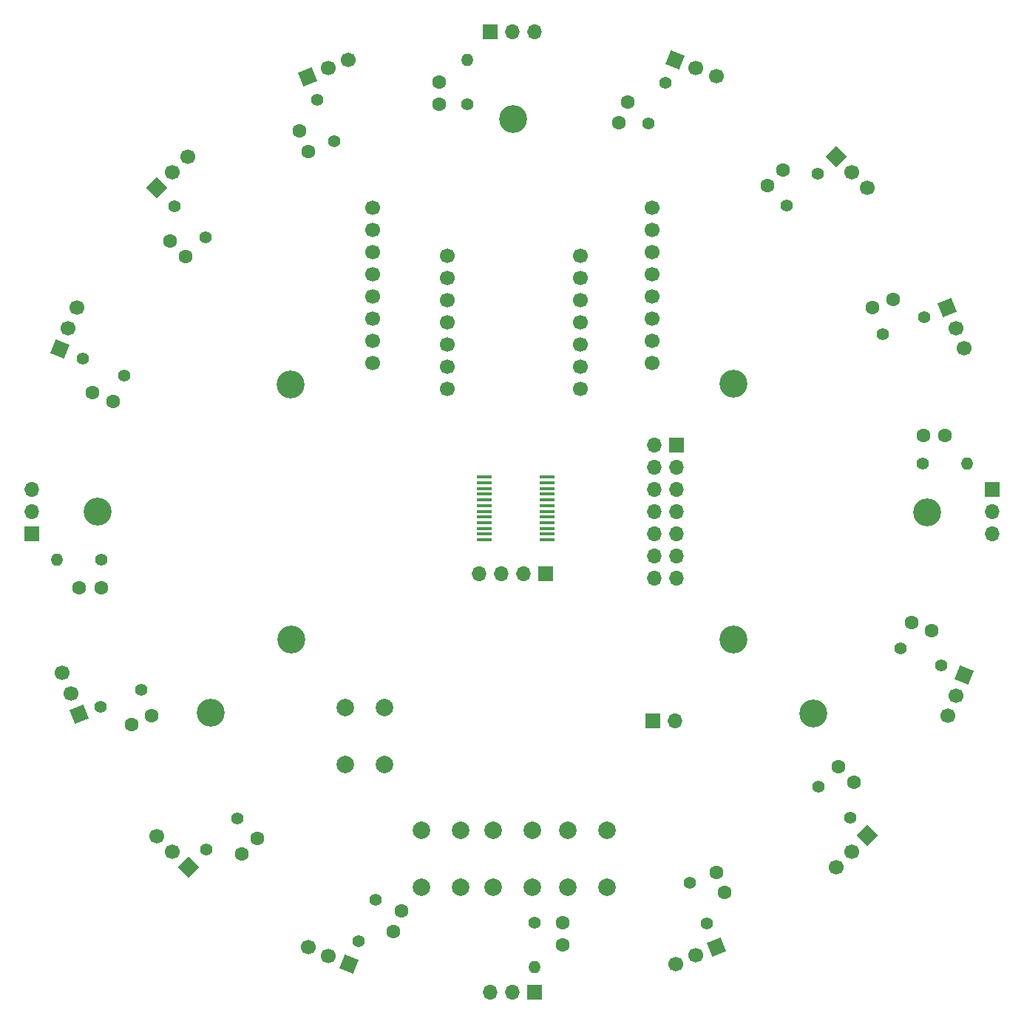
<source format=gbr>
%TF.GenerationSoftware,KiCad,Pcbnew,7.0.9*%
%TF.CreationDate,2024-07-26T16:53:17+09:00*%
%TF.ProjectId,IR_Borred,49525f42-6f72-4726-9564-2e6b69636164,rev?*%
%TF.SameCoordinates,Original*%
%TF.FileFunction,Soldermask,Top*%
%TF.FilePolarity,Negative*%
%FSLAX46Y46*%
G04 Gerber Fmt 4.6, Leading zero omitted, Abs format (unit mm)*
G04 Created by KiCad (PCBNEW 7.0.9) date 2024-07-26 16:53:17*
%MOMM*%
%LPD*%
G01*
G04 APERTURE LIST*
G04 Aperture macros list*
%AMHorizOval*
0 Thick line with rounded ends*
0 $1 width*
0 $2 $3 position (X,Y) of the first rounded end (center of the circle)*
0 $4 $5 position (X,Y) of the second rounded end (center of the circle)*
0 Add line between two ends*
20,1,$1,$2,$3,$4,$5,0*
0 Add two circle primitives to create the rounded ends*
1,1,$1,$2,$3*
1,1,$1,$4,$5*%
%AMRotRect*
0 Rectangle, with rotation*
0 The origin of the aperture is its center*
0 $1 length*
0 $2 width*
0 $3 Rotation angle, in degrees counterclockwise*
0 Add horizontal line*
21,1,$1,$2,0,0,$3*%
G04 Aperture macros list end*
%ADD10R,1.700000X1.700000*%
%ADD11O,1.700000X1.700000*%
%ADD12C,3.200000*%
%ADD13C,1.600000*%
%ADD14C,1.400000*%
%ADD15HorizOval,1.400000X0.000000X0.000000X0.000000X0.000000X0*%
%ADD16HorizOval,1.400000X0.000000X0.000000X0.000000X0.000000X0*%
%ADD17HorizOval,1.400000X0.000000X0.000000X0.000000X0.000000X0*%
%ADD18HorizOval,1.400000X0.000000X0.000000X0.000000X0.000000X0*%
%ADD19RotRect,1.700000X1.700000X135.000000*%
%ADD20HorizOval,1.700000X0.000000X0.000000X0.000000X0.000000X0*%
%ADD21RotRect,1.700000X1.700000X45.000000*%
%ADD22HorizOval,1.700000X0.000000X0.000000X0.000000X0.000000X0*%
%ADD23RotRect,1.700000X1.700000X292.500000*%
%ADD24HorizOval,1.700000X0.000000X0.000000X0.000000X0.000000X0*%
%ADD25C,2.000000*%
%ADD26HorizOval,1.400000X0.000000X0.000000X0.000000X0.000000X0*%
%ADD27RotRect,1.700000X1.700000X22.500000*%
%ADD28HorizOval,1.700000X0.000000X0.000000X0.000000X0.000000X0*%
%ADD29RotRect,1.700000X1.700000X157.500000*%
%ADD30HorizOval,1.700000X0.000000X0.000000X0.000000X0.000000X0*%
%ADD31HorizOval,1.400000X0.000000X0.000000X0.000000X0.000000X0*%
%ADD32RotRect,1.700000X1.700000X202.500000*%
%ADD33HorizOval,1.700000X0.000000X0.000000X0.000000X0.000000X0*%
%ADD34HorizOval,1.400000X0.000000X0.000000X0.000000X0.000000X0*%
%ADD35HorizOval,1.400000X0.000000X0.000000X0.000000X0.000000X0*%
%ADD36HorizOval,1.400000X0.000000X0.000000X0.000000X0.000000X0*%
%ADD37O,1.400000X1.400000*%
%ADD38RotRect,1.700000X1.700000X315.000000*%
%ADD39HorizOval,1.700000X0.000000X0.000000X0.000000X0.000000X0*%
%ADD40RotRect,1.700000X1.700000X67.500000*%
%ADD41HorizOval,1.700000X0.000000X0.000000X0.000000X0.000000X0*%
%ADD42RotRect,1.700000X1.700000X112.500000*%
%ADD43HorizOval,1.700000X0.000000X0.000000X0.000000X0.000000X0*%
%ADD44RotRect,1.700000X1.700000X337.500000*%
%ADD45HorizOval,1.700000X0.000000X0.000000X0.000000X0.000000X0*%
%ADD46HorizOval,1.400000X0.000000X0.000000X0.000000X0.000000X0*%
%ADD47HorizOval,1.400000X0.000000X0.000000X0.000000X0.000000X0*%
%ADD48HorizOval,1.400000X0.000000X0.000000X0.000000X0.000000X0*%
%ADD49C,1.700000*%
%ADD50RotRect,1.700000X1.700000X225.000000*%
%ADD51HorizOval,1.700000X0.000000X0.000000X0.000000X0.000000X0*%
%ADD52R,1.750000X0.450000*%
%ADD53RotRect,1.700000X1.700000X247.500000*%
%ADD54HorizOval,1.700000X0.000000X0.000000X0.000000X0.000000X0*%
G04 APERTURE END LIST*
D10*
%TO.C,U17*%
X146305699Y-150285716D03*
D11*
X143765699Y-150285716D03*
X141225699Y-150285716D03*
%TD*%
D12*
%TO.C,REF\u002A\u002A*%
X178240000Y-118330000D03*
%TD*%
D13*
%TO.C,C4*%
X114545975Y-132673010D03*
X112778208Y-134440777D03*
%TD*%
%TO.C,C9*%
X185040399Y-71910620D03*
X187350098Y-70953911D03*
%TD*%
D14*
%TO.C,R6*%
X108662859Y-63842233D03*
D15*
X105070757Y-60250131D03*
%TD*%
D14*
%TO.C,R9*%
X186222619Y-74895407D03*
D16*
X190915927Y-72951375D03*
%TD*%
D14*
%TO.C,R11*%
X159368090Y-50833441D03*
D17*
X161312122Y-46140133D03*
%TD*%
D13*
%TO.C,C5*%
X98028116Y-82609129D03*
X95718417Y-81652420D03*
%TD*%
D10*
%TO.C,U5*%
X88744983Y-97836415D03*
D11*
X88744983Y-95296415D03*
X88744983Y-92756415D03*
%TD*%
D14*
%TO.C,R4*%
X112311516Y-130367840D03*
D18*
X108719414Y-133959942D03*
%TD*%
D19*
%TO.C,U7*%
X103048418Y-58193452D03*
D20*
X104844469Y-56397401D03*
X106640520Y-54601350D03*
%TD*%
D10*
%TO.C,U13*%
X198755000Y-92725000D03*
D11*
X198755000Y-95265000D03*
X198755000Y-97805000D03*
%TD*%
D10*
%TO.C,J1*%
X147570000Y-102400000D03*
D11*
X145030000Y-102400000D03*
X142490000Y-102400000D03*
X139950000Y-102400000D03*
%TD*%
D21*
%TO.C,U11*%
X180837247Y-54579135D03*
D22*
X182633298Y-56375186D03*
X184429349Y-58171237D03*
%TD*%
D13*
%TO.C,C14*%
X181142292Y-124484725D03*
X182910059Y-126252492D03*
%TD*%
D23*
%TO.C,U16*%
X167160663Y-145120682D03*
D24*
X164814009Y-146092698D03*
X162467355Y-147064714D03*
%TD*%
D25*
%TO.C,SW1*%
X133340000Y-138250000D03*
X133340000Y-131750000D03*
X137840000Y-138250000D03*
X137840000Y-131750000D03*
%TD*%
D13*
%TO.C,C1*%
X102459584Y-118650797D03*
X100149885Y-119607506D03*
%TD*%
D10*
%TO.C,SW4*%
X159855000Y-119180000D03*
D11*
X162395000Y-119180000D03*
%TD*%
D10*
%TO.C,U9*%
X141194283Y-40275699D03*
D11*
X143734283Y-40275699D03*
X146274283Y-40275699D03*
%TD*%
D14*
%TO.C,R7*%
X123364691Y-52808080D03*
D26*
X121420659Y-48114772D03*
%TD*%
D27*
%TO.C,U12*%
X193589965Y-71870036D03*
D28*
X194561981Y-74216690D03*
X195533997Y-76563344D03*
%TD*%
D12*
%TO.C,REF\u002A\u002A*%
X109260000Y-118250000D03*
%TD*%
D29*
%TO.C,U6*%
X91953963Y-76592368D03*
D30*
X92925979Y-74245714D03*
X93897995Y-71899060D03*
%TD*%
D12*
%TO.C,REF\u002A\u002A*%
X169120000Y-80640000D03*
%TD*%
%TO.C,REF\u002A\u002A*%
X169100000Y-109930000D03*
%TD*%
D13*
%TO.C,C6*%
X106357690Y-66076691D03*
X104589923Y-64308924D03*
%TD*%
%TO.C,C15*%
X167120079Y-136571116D03*
X168076788Y-138880815D03*
%TD*%
%TO.C,C12*%
X172954008Y-57888407D03*
X174721775Y-56120640D03*
%TD*%
%TO.C,C10*%
X190839999Y-86560000D03*
X193339999Y-86560000D03*
%TD*%
D14*
%TO.C,R14*%
X178837124Y-126719183D03*
D31*
X182429226Y-130311285D03*
%TD*%
D32*
%TO.C,U4*%
X94187016Y-118414381D03*
D33*
X93215000Y-116067727D03*
X92242984Y-113721073D03*
%TD*%
D14*
%TO.C,R13*%
X188197259Y-110898807D03*
D34*
X192890567Y-112842839D03*
%TD*%
D14*
%TO.C,R1*%
X101277363Y-115666008D03*
D35*
X96584055Y-117610040D03*
%TD*%
D14*
%TO.C,R3*%
X128131892Y-139727975D03*
D36*
X126187860Y-144421283D03*
%TD*%
D13*
%TO.C,C7*%
X120379903Y-53990300D03*
X119423194Y-51680601D03*
%TD*%
D12*
%TO.C,REF\u002A\u002A*%
X96290000Y-95260000D03*
%TD*%
D14*
%TO.C,R8*%
X138640000Y-48620000D03*
D37*
X138640000Y-43540000D03*
%TD*%
D38*
%TO.C,U15*%
X184451564Y-132367964D03*
D39*
X182655513Y-134164015D03*
X180859462Y-135960066D03*
%TD*%
D40*
%TO.C,U10*%
X162438330Y-43484680D03*
D41*
X164784984Y-44456696D03*
X167131638Y-45428712D03*
%TD*%
D13*
%TO.C,C16*%
X149539984Y-142371416D03*
X149539984Y-144871416D03*
%TD*%
D10*
%TO.C,J2*%
X162560000Y-87630000D03*
D11*
X160020000Y-87630000D03*
X162560000Y-90170000D03*
X160020000Y-90170000D03*
X162560000Y-92710000D03*
X160020000Y-92710000D03*
X162560000Y-95250000D03*
X160020000Y-95250000D03*
X162560000Y-97790000D03*
X160020000Y-97790000D03*
X162560000Y-100330000D03*
X160020000Y-100330000D03*
X162560000Y-102870000D03*
X160020000Y-102870000D03*
%TD*%
D42*
%TO.C,U8*%
X120325460Y-45446472D03*
D43*
X122672114Y-44474456D03*
X125018768Y-43502440D03*
%TD*%
D44*
%TO.C,U14*%
X195546020Y-113969047D03*
D45*
X194574004Y-116315701D03*
X193601988Y-118662355D03*
%TD*%
D12*
%TO.C,REF\u002A\u002A*%
X118390000Y-80690000D03*
%TD*%
D13*
%TO.C,C3*%
X131078413Y-141002584D03*
X130121704Y-143312283D03*
%TD*%
D14*
%TO.C,R10*%
X190790000Y-89770000D03*
D37*
X195870000Y-89770000D03*
%TD*%
D12*
%TO.C,REF\u002A\u002A*%
X118440000Y-109920000D03*
%TD*%
D14*
%TO.C,R12*%
X175188466Y-60193575D03*
D46*
X178780568Y-56601473D03*
%TD*%
D14*
%TO.C,R16*%
X146329982Y-142321416D03*
D37*
X146329982Y-147401416D03*
%TD*%
D12*
%TO.C,REF\u002A\u002A*%
X191260000Y-95320000D03*
%TD*%
D14*
%TO.C,R15*%
X164135292Y-137753336D03*
D47*
X166079324Y-142446644D03*
%TD*%
D14*
%TO.C,R5*%
X99302724Y-79662609D03*
D48*
X94609416Y-77718577D03*
%TD*%
D13*
%TO.C,C2*%
X96659283Y-103980001D03*
X94159283Y-103980001D03*
%TD*%
D49*
%TO.C,U1*%
X151560000Y-81230000D03*
X151560000Y-78690000D03*
X151560000Y-76150000D03*
X151560000Y-73610000D03*
X151560000Y-71070000D03*
X151560000Y-68530000D03*
X151560000Y-65990000D03*
X136320000Y-65990000D03*
X136320000Y-68530000D03*
X136320000Y-71070000D03*
X136320000Y-73610000D03*
X136320000Y-76150000D03*
X136320000Y-78690000D03*
X136320000Y-81230000D03*
%TD*%
D13*
%TO.C,C13*%
X189471866Y-107952288D03*
X191781565Y-108908997D03*
%TD*%
D25*
%TO.C,SW2*%
X141560000Y-138260000D03*
X141560000Y-131760000D03*
X146060000Y-138260000D03*
X146060000Y-131760000D03*
%TD*%
D13*
%TO.C,C11*%
X155985646Y-50684850D03*
X156942355Y-48375151D03*
%TD*%
D14*
%TO.C,R2*%
X96709283Y-100770000D03*
D37*
X91629283Y-100770000D03*
%TD*%
D13*
%TO.C,C8*%
X135430000Y-48570000D03*
X135430000Y-46070000D03*
%TD*%
D50*
%TO.C,U3*%
X106662735Y-135982280D03*
D51*
X104866684Y-134186229D03*
X103070633Y-132390178D03*
%TD*%
D49*
%TO.C,U19*%
X159740000Y-78266000D03*
X159740000Y-75726000D03*
X159740000Y-73186000D03*
X159740000Y-70646000D03*
X159740000Y-68106000D03*
X159740000Y-65566000D03*
X159740000Y-63026000D03*
X159740000Y-60486000D03*
X127740000Y-78266000D03*
X127740000Y-75726000D03*
X127740000Y-73186000D03*
X127740000Y-70646000D03*
X127740000Y-68106000D03*
X127740000Y-65566000D03*
X127740000Y-63026000D03*
X127740000Y-60486000D03*
%TD*%
D52*
%TO.C,U18*%
X140580000Y-91315000D03*
X140580000Y-91965000D03*
X140580000Y-92615000D03*
X140580000Y-93265000D03*
X140580000Y-93915000D03*
X140580000Y-94565000D03*
X140580000Y-95215000D03*
X140580000Y-95865000D03*
X140580000Y-96515000D03*
X140580000Y-97165000D03*
X140580000Y-97815000D03*
X140580000Y-98465000D03*
X147780000Y-98465000D03*
X147780000Y-97815000D03*
X147780000Y-97165000D03*
X147780000Y-96515000D03*
X147780000Y-95865000D03*
X147780000Y-95215000D03*
X147780000Y-94565000D03*
X147780000Y-93915000D03*
X147780000Y-93265000D03*
X147780000Y-92615000D03*
X147780000Y-91965000D03*
X147780000Y-91315000D03*
%TD*%
D25*
%TO.C,SW3*%
X150150000Y-138250000D03*
X150150000Y-131750000D03*
X154650000Y-138250000D03*
X154650000Y-131750000D03*
%TD*%
D53*
%TO.C,U2*%
X125075510Y-147082477D03*
D54*
X122728856Y-146110461D03*
X120382202Y-145138445D03*
%TD*%
D12*
%TO.C,REF\u002A\u002A*%
X143830000Y-50290000D03*
%TD*%
D25*
%TO.C,Camera_RST1*%
X124610000Y-124230000D03*
X124610000Y-117730000D03*
X129110000Y-124230000D03*
X129110000Y-117730000D03*
%TD*%
M02*

</source>
